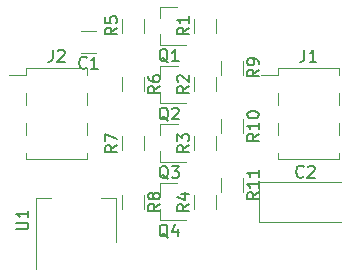
<source format=gbr>
%TF.GenerationSoftware,KiCad,Pcbnew,(5.1.6)-1*%
%TF.CreationDate,2020-06-05T20:50:24+02:00*%
%TF.ProjectId,TinyISPLevelShifter,54696e79-4953-4504-9c65-76656c536869,rev?*%
%TF.SameCoordinates,Original*%
%TF.FileFunction,Legend,Top*%
%TF.FilePolarity,Positive*%
%FSLAX46Y46*%
G04 Gerber Fmt 4.6, Leading zero omitted, Abs format (unit mm)*
G04 Created by KiCad (PCBNEW (5.1.6)-1) date 2020-06-05 20:50:24*
%MOMM*%
%LPD*%
G01*
G04 APERTURE LIST*
%ADD10C,0.120000*%
%ADD11C,0.150000*%
G04 APERTURE END LIST*
D10*
%TO.C,J2*%
X135838000Y-90168000D02*
X135838000Y-91188000D01*
X130638000Y-90168000D02*
X130638000Y-91188000D01*
X135838000Y-87628000D02*
X135838000Y-88648000D01*
X130638000Y-87628000D02*
X130638000Y-88648000D01*
X135838000Y-92708000D02*
X135838000Y-93278000D01*
X130638000Y-92708000D02*
X130638000Y-93278000D01*
X135838000Y-85538000D02*
X135838000Y-86108000D01*
X130638000Y-85538000D02*
X130638000Y-86108000D01*
X129198000Y-86108000D02*
X130638000Y-86108000D01*
X130638000Y-93278000D02*
X135838000Y-93278000D01*
X130638000Y-85538000D02*
X135838000Y-85538000D01*
%TO.C,J1*%
X157144000Y-90168000D02*
X157144000Y-91188000D01*
X151944000Y-90168000D02*
X151944000Y-91188000D01*
X157144000Y-87628000D02*
X157144000Y-88648000D01*
X151944000Y-87628000D02*
X151944000Y-88648000D01*
X157144000Y-92708000D02*
X157144000Y-93278000D01*
X151944000Y-92708000D02*
X151944000Y-93278000D01*
X157144000Y-85538000D02*
X157144000Y-86108000D01*
X151944000Y-85538000D02*
X151944000Y-86108000D01*
X150504000Y-86108000D02*
X151944000Y-86108000D01*
X151944000Y-93278000D02*
X157144000Y-93278000D01*
X151944000Y-85538000D02*
X157144000Y-85538000D01*
%TO.C,R11*%
X147172000Y-94811436D02*
X147172000Y-96015564D01*
X148992000Y-94811436D02*
X148992000Y-96015564D01*
%TO.C,R10*%
X147172000Y-89858436D02*
X147172000Y-91062564D01*
X148992000Y-89858436D02*
X148992000Y-91062564D01*
%TO.C,R9*%
X147172000Y-84905436D02*
X147172000Y-86109564D01*
X148992000Y-84905436D02*
X148992000Y-86109564D01*
%TO.C,C2*%
X157295000Y-95191000D02*
X150360000Y-95191000D01*
X150360000Y-95191000D02*
X150360000Y-98611000D01*
X150360000Y-98611000D02*
X157295000Y-98611000D01*
%TO.C,U1*%
X131450000Y-102525000D02*
X131450000Y-96515000D01*
X138270000Y-100275000D02*
X138270000Y-96515000D01*
X131450000Y-96515000D02*
X132710000Y-96515000D01*
X138270000Y-96515000D02*
X137010000Y-96515000D01*
%TO.C,R8*%
X138790000Y-96262436D02*
X138790000Y-97466564D01*
X140610000Y-96262436D02*
X140610000Y-97466564D01*
%TO.C,R7*%
X140610000Y-92513564D02*
X140610000Y-91309436D01*
X138790000Y-92513564D02*
X138790000Y-91309436D01*
%TO.C,R6*%
X138790000Y-86302436D02*
X138790000Y-87506564D01*
X140610000Y-86302436D02*
X140610000Y-87506564D01*
%TO.C,R5*%
X140610000Y-82553564D02*
X140610000Y-81349436D01*
X138790000Y-82553564D02*
X138790000Y-81349436D01*
%TO.C,R4*%
X146706000Y-97503064D02*
X146706000Y-96298936D01*
X144886000Y-97503064D02*
X144886000Y-96298936D01*
%TO.C,R3*%
X146706000Y-92513564D02*
X146706000Y-91309436D01*
X144886000Y-92513564D02*
X144886000Y-91309436D01*
%TO.C,R2*%
X146706000Y-87506564D02*
X146706000Y-86302436D01*
X144886000Y-87506564D02*
X144886000Y-86302436D01*
%TO.C,R1*%
X146706000Y-82553564D02*
X146706000Y-81349436D01*
X144886000Y-82553564D02*
X144886000Y-81349436D01*
%TO.C,Q4*%
X141988000Y-95257500D02*
X143448000Y-95257500D01*
X141988000Y-98417500D02*
X144148000Y-98417500D01*
X141988000Y-98417500D02*
X141988000Y-97487500D01*
X141988000Y-95257500D02*
X141988000Y-96187500D01*
%TO.C,Q3*%
X142004000Y-90302000D02*
X143464000Y-90302000D01*
X142004000Y-93462000D02*
X144164000Y-93462000D01*
X142004000Y-93462000D02*
X142004000Y-92532000D01*
X142004000Y-90302000D02*
X142004000Y-91232000D01*
%TO.C,Q2*%
X142004000Y-85354000D02*
X143464000Y-85354000D01*
X142004000Y-88514000D02*
X144164000Y-88514000D01*
X142004000Y-88514000D02*
X142004000Y-87584000D01*
X142004000Y-85354000D02*
X142004000Y-86284000D01*
%TO.C,Q1*%
X141988000Y-80401000D02*
X143448000Y-80401000D01*
X141988000Y-83561000D02*
X144148000Y-83561000D01*
X141988000Y-83561000D02*
X141988000Y-82631000D01*
X141988000Y-80401000D02*
X141988000Y-81331000D01*
%TO.C,C1*%
X136528564Y-82402000D02*
X135324436Y-82402000D01*
X136528564Y-84222000D02*
X135324436Y-84222000D01*
%TO.C,J2*%
D11*
X132904666Y-83990380D02*
X132904666Y-84704666D01*
X132857047Y-84847523D01*
X132761809Y-84942761D01*
X132618952Y-84990380D01*
X132523714Y-84990380D01*
X133333238Y-84085619D02*
X133380857Y-84038000D01*
X133476095Y-83990380D01*
X133714190Y-83990380D01*
X133809428Y-84038000D01*
X133857047Y-84085619D01*
X133904666Y-84180857D01*
X133904666Y-84276095D01*
X133857047Y-84418952D01*
X133285619Y-84990380D01*
X133904666Y-84990380D01*
%TO.C,J1*%
X154210666Y-83990380D02*
X154210666Y-84704666D01*
X154163047Y-84847523D01*
X154067809Y-84942761D01*
X153924952Y-84990380D01*
X153829714Y-84990380D01*
X155210666Y-84990380D02*
X154639238Y-84990380D01*
X154924952Y-84990380D02*
X154924952Y-83990380D01*
X154829714Y-84133238D01*
X154734476Y-84228476D01*
X154639238Y-84276095D01*
%TO.C,R11*%
X150354380Y-96056357D02*
X149878190Y-96389690D01*
X150354380Y-96627785D02*
X149354380Y-96627785D01*
X149354380Y-96246833D01*
X149402000Y-96151595D01*
X149449619Y-96103976D01*
X149544857Y-96056357D01*
X149687714Y-96056357D01*
X149782952Y-96103976D01*
X149830571Y-96151595D01*
X149878190Y-96246833D01*
X149878190Y-96627785D01*
X150354380Y-95103976D02*
X150354380Y-95675404D01*
X150354380Y-95389690D02*
X149354380Y-95389690D01*
X149497238Y-95484928D01*
X149592476Y-95580166D01*
X149640095Y-95675404D01*
X150354380Y-94151595D02*
X150354380Y-94723023D01*
X150354380Y-94437309D02*
X149354380Y-94437309D01*
X149497238Y-94532547D01*
X149592476Y-94627785D01*
X149640095Y-94723023D01*
%TO.C,R10*%
X150354380Y-91103357D02*
X149878190Y-91436690D01*
X150354380Y-91674785D02*
X149354380Y-91674785D01*
X149354380Y-91293833D01*
X149402000Y-91198595D01*
X149449619Y-91150976D01*
X149544857Y-91103357D01*
X149687714Y-91103357D01*
X149782952Y-91150976D01*
X149830571Y-91198595D01*
X149878190Y-91293833D01*
X149878190Y-91674785D01*
X150354380Y-90150976D02*
X150354380Y-90722404D01*
X150354380Y-90436690D02*
X149354380Y-90436690D01*
X149497238Y-90531928D01*
X149592476Y-90627166D01*
X149640095Y-90722404D01*
X149354380Y-89531928D02*
X149354380Y-89436690D01*
X149402000Y-89341452D01*
X149449619Y-89293833D01*
X149544857Y-89246214D01*
X149735333Y-89198595D01*
X149973428Y-89198595D01*
X150163904Y-89246214D01*
X150259142Y-89293833D01*
X150306761Y-89341452D01*
X150354380Y-89436690D01*
X150354380Y-89531928D01*
X150306761Y-89627166D01*
X150259142Y-89674785D01*
X150163904Y-89722404D01*
X149973428Y-89770023D01*
X149735333Y-89770023D01*
X149544857Y-89722404D01*
X149449619Y-89674785D01*
X149402000Y-89627166D01*
X149354380Y-89531928D01*
%TO.C,R9*%
X150354380Y-85674166D02*
X149878190Y-86007500D01*
X150354380Y-86245595D02*
X149354380Y-86245595D01*
X149354380Y-85864642D01*
X149402000Y-85769404D01*
X149449619Y-85721785D01*
X149544857Y-85674166D01*
X149687714Y-85674166D01*
X149782952Y-85721785D01*
X149830571Y-85769404D01*
X149878190Y-85864642D01*
X149878190Y-86245595D01*
X150354380Y-85197976D02*
X150354380Y-85007500D01*
X150306761Y-84912261D01*
X150259142Y-84864642D01*
X150116285Y-84769404D01*
X149925809Y-84721785D01*
X149544857Y-84721785D01*
X149449619Y-84769404D01*
X149402000Y-84817023D01*
X149354380Y-84912261D01*
X149354380Y-85102738D01*
X149402000Y-85197976D01*
X149449619Y-85245595D01*
X149544857Y-85293214D01*
X149782952Y-85293214D01*
X149878190Y-85245595D01*
X149925809Y-85197976D01*
X149973428Y-85102738D01*
X149973428Y-84912261D01*
X149925809Y-84817023D01*
X149878190Y-84769404D01*
X149782952Y-84721785D01*
%TO.C,C2*%
X154128333Y-94708142D02*
X154080714Y-94755761D01*
X153937857Y-94803380D01*
X153842619Y-94803380D01*
X153699761Y-94755761D01*
X153604523Y-94660523D01*
X153556904Y-94565285D01*
X153509285Y-94374809D01*
X153509285Y-94231952D01*
X153556904Y-94041476D01*
X153604523Y-93946238D01*
X153699761Y-93851000D01*
X153842619Y-93803380D01*
X153937857Y-93803380D01*
X154080714Y-93851000D01*
X154128333Y-93898619D01*
X154509285Y-93898619D02*
X154556904Y-93851000D01*
X154652142Y-93803380D01*
X154890238Y-93803380D01*
X154985476Y-93851000D01*
X155033095Y-93898619D01*
X155080714Y-93993857D01*
X155080714Y-94089095D01*
X155033095Y-94231952D01*
X154461666Y-94803380D01*
X155080714Y-94803380D01*
%TO.C,U1*%
X129812380Y-99186904D02*
X130621904Y-99186904D01*
X130717142Y-99139285D01*
X130764761Y-99091666D01*
X130812380Y-98996428D01*
X130812380Y-98805952D01*
X130764761Y-98710714D01*
X130717142Y-98663095D01*
X130621904Y-98615476D01*
X129812380Y-98615476D01*
X130812380Y-97615476D02*
X130812380Y-98186904D01*
X130812380Y-97901190D02*
X129812380Y-97901190D01*
X129955238Y-97996428D01*
X130050476Y-98091666D01*
X130098095Y-98186904D01*
%TO.C,R8*%
X141972380Y-97031166D02*
X141496190Y-97364500D01*
X141972380Y-97602595D02*
X140972380Y-97602595D01*
X140972380Y-97221642D01*
X141020000Y-97126404D01*
X141067619Y-97078785D01*
X141162857Y-97031166D01*
X141305714Y-97031166D01*
X141400952Y-97078785D01*
X141448571Y-97126404D01*
X141496190Y-97221642D01*
X141496190Y-97602595D01*
X141400952Y-96459738D02*
X141353333Y-96554976D01*
X141305714Y-96602595D01*
X141210476Y-96650214D01*
X141162857Y-96650214D01*
X141067619Y-96602595D01*
X141020000Y-96554976D01*
X140972380Y-96459738D01*
X140972380Y-96269261D01*
X141020000Y-96174023D01*
X141067619Y-96126404D01*
X141162857Y-96078785D01*
X141210476Y-96078785D01*
X141305714Y-96126404D01*
X141353333Y-96174023D01*
X141400952Y-96269261D01*
X141400952Y-96459738D01*
X141448571Y-96554976D01*
X141496190Y-96602595D01*
X141591428Y-96650214D01*
X141781904Y-96650214D01*
X141877142Y-96602595D01*
X141924761Y-96554976D01*
X141972380Y-96459738D01*
X141972380Y-96269261D01*
X141924761Y-96174023D01*
X141877142Y-96126404D01*
X141781904Y-96078785D01*
X141591428Y-96078785D01*
X141496190Y-96126404D01*
X141448571Y-96174023D01*
X141400952Y-96269261D01*
%TO.C,R7*%
X138332380Y-92078166D02*
X137856190Y-92411500D01*
X138332380Y-92649595D02*
X137332380Y-92649595D01*
X137332380Y-92268642D01*
X137380000Y-92173404D01*
X137427619Y-92125785D01*
X137522857Y-92078166D01*
X137665714Y-92078166D01*
X137760952Y-92125785D01*
X137808571Y-92173404D01*
X137856190Y-92268642D01*
X137856190Y-92649595D01*
X137332380Y-91744833D02*
X137332380Y-91078166D01*
X138332380Y-91506738D01*
%TO.C,R6*%
X141972380Y-87071166D02*
X141496190Y-87404500D01*
X141972380Y-87642595D02*
X140972380Y-87642595D01*
X140972380Y-87261642D01*
X141020000Y-87166404D01*
X141067619Y-87118785D01*
X141162857Y-87071166D01*
X141305714Y-87071166D01*
X141400952Y-87118785D01*
X141448571Y-87166404D01*
X141496190Y-87261642D01*
X141496190Y-87642595D01*
X140972380Y-86214023D02*
X140972380Y-86404500D01*
X141020000Y-86499738D01*
X141067619Y-86547357D01*
X141210476Y-86642595D01*
X141400952Y-86690214D01*
X141781904Y-86690214D01*
X141877142Y-86642595D01*
X141924761Y-86594976D01*
X141972380Y-86499738D01*
X141972380Y-86309261D01*
X141924761Y-86214023D01*
X141877142Y-86166404D01*
X141781904Y-86118785D01*
X141543809Y-86118785D01*
X141448571Y-86166404D01*
X141400952Y-86214023D01*
X141353333Y-86309261D01*
X141353333Y-86499738D01*
X141400952Y-86594976D01*
X141448571Y-86642595D01*
X141543809Y-86690214D01*
%TO.C,R5*%
X138332380Y-82118166D02*
X137856190Y-82451500D01*
X138332380Y-82689595D02*
X137332380Y-82689595D01*
X137332380Y-82308642D01*
X137380000Y-82213404D01*
X137427619Y-82165785D01*
X137522857Y-82118166D01*
X137665714Y-82118166D01*
X137760952Y-82165785D01*
X137808571Y-82213404D01*
X137856190Y-82308642D01*
X137856190Y-82689595D01*
X137332380Y-81213404D02*
X137332380Y-81689595D01*
X137808571Y-81737214D01*
X137760952Y-81689595D01*
X137713333Y-81594357D01*
X137713333Y-81356261D01*
X137760952Y-81261023D01*
X137808571Y-81213404D01*
X137903809Y-81165785D01*
X138141904Y-81165785D01*
X138237142Y-81213404D01*
X138284761Y-81261023D01*
X138332380Y-81356261D01*
X138332380Y-81594357D01*
X138284761Y-81689595D01*
X138237142Y-81737214D01*
%TO.C,R4*%
X144428380Y-97067666D02*
X143952190Y-97401000D01*
X144428380Y-97639095D02*
X143428380Y-97639095D01*
X143428380Y-97258142D01*
X143476000Y-97162904D01*
X143523619Y-97115285D01*
X143618857Y-97067666D01*
X143761714Y-97067666D01*
X143856952Y-97115285D01*
X143904571Y-97162904D01*
X143952190Y-97258142D01*
X143952190Y-97639095D01*
X143761714Y-96210523D02*
X144428380Y-96210523D01*
X143380761Y-96448619D02*
X144095047Y-96686714D01*
X144095047Y-96067666D01*
%TO.C,R3*%
X144428380Y-92078166D02*
X143952190Y-92411500D01*
X144428380Y-92649595D02*
X143428380Y-92649595D01*
X143428380Y-92268642D01*
X143476000Y-92173404D01*
X143523619Y-92125785D01*
X143618857Y-92078166D01*
X143761714Y-92078166D01*
X143856952Y-92125785D01*
X143904571Y-92173404D01*
X143952190Y-92268642D01*
X143952190Y-92649595D01*
X143428380Y-91744833D02*
X143428380Y-91125785D01*
X143809333Y-91459119D01*
X143809333Y-91316261D01*
X143856952Y-91221023D01*
X143904571Y-91173404D01*
X143999809Y-91125785D01*
X144237904Y-91125785D01*
X144333142Y-91173404D01*
X144380761Y-91221023D01*
X144428380Y-91316261D01*
X144428380Y-91601976D01*
X144380761Y-91697214D01*
X144333142Y-91744833D01*
%TO.C,R2*%
X144428380Y-87071166D02*
X143952190Y-87404500D01*
X144428380Y-87642595D02*
X143428380Y-87642595D01*
X143428380Y-87261642D01*
X143476000Y-87166404D01*
X143523619Y-87118785D01*
X143618857Y-87071166D01*
X143761714Y-87071166D01*
X143856952Y-87118785D01*
X143904571Y-87166404D01*
X143952190Y-87261642D01*
X143952190Y-87642595D01*
X143523619Y-86690214D02*
X143476000Y-86642595D01*
X143428380Y-86547357D01*
X143428380Y-86309261D01*
X143476000Y-86214023D01*
X143523619Y-86166404D01*
X143618857Y-86118785D01*
X143714095Y-86118785D01*
X143856952Y-86166404D01*
X144428380Y-86737833D01*
X144428380Y-86118785D01*
%TO.C,R1*%
X144428380Y-82118166D02*
X143952190Y-82451500D01*
X144428380Y-82689595D02*
X143428380Y-82689595D01*
X143428380Y-82308642D01*
X143476000Y-82213404D01*
X143523619Y-82165785D01*
X143618857Y-82118166D01*
X143761714Y-82118166D01*
X143856952Y-82165785D01*
X143904571Y-82213404D01*
X143952190Y-82308642D01*
X143952190Y-82689595D01*
X144428380Y-81165785D02*
X144428380Y-81737214D01*
X144428380Y-81451500D02*
X143428380Y-81451500D01*
X143571238Y-81546738D01*
X143666476Y-81641976D01*
X143714095Y-81737214D01*
%TO.C,Q4*%
X142652761Y-99885119D02*
X142557523Y-99837500D01*
X142462285Y-99742261D01*
X142319428Y-99599404D01*
X142224190Y-99551785D01*
X142128952Y-99551785D01*
X142176571Y-99789880D02*
X142081333Y-99742261D01*
X141986095Y-99647023D01*
X141938476Y-99456547D01*
X141938476Y-99123214D01*
X141986095Y-98932738D01*
X142081333Y-98837500D01*
X142176571Y-98789880D01*
X142367047Y-98789880D01*
X142462285Y-98837500D01*
X142557523Y-98932738D01*
X142605142Y-99123214D01*
X142605142Y-99456547D01*
X142557523Y-99647023D01*
X142462285Y-99742261D01*
X142367047Y-99789880D01*
X142176571Y-99789880D01*
X143462285Y-99123214D02*
X143462285Y-99789880D01*
X143224190Y-98742261D02*
X142986095Y-99456547D01*
X143605142Y-99456547D01*
%TO.C,Q3*%
X142668761Y-94929619D02*
X142573523Y-94882000D01*
X142478285Y-94786761D01*
X142335428Y-94643904D01*
X142240190Y-94596285D01*
X142144952Y-94596285D01*
X142192571Y-94834380D02*
X142097333Y-94786761D01*
X142002095Y-94691523D01*
X141954476Y-94501047D01*
X141954476Y-94167714D01*
X142002095Y-93977238D01*
X142097333Y-93882000D01*
X142192571Y-93834380D01*
X142383047Y-93834380D01*
X142478285Y-93882000D01*
X142573523Y-93977238D01*
X142621142Y-94167714D01*
X142621142Y-94501047D01*
X142573523Y-94691523D01*
X142478285Y-94786761D01*
X142383047Y-94834380D01*
X142192571Y-94834380D01*
X142954476Y-93834380D02*
X143573523Y-93834380D01*
X143240190Y-94215333D01*
X143383047Y-94215333D01*
X143478285Y-94262952D01*
X143525904Y-94310571D01*
X143573523Y-94405809D01*
X143573523Y-94643904D01*
X143525904Y-94739142D01*
X143478285Y-94786761D01*
X143383047Y-94834380D01*
X143097333Y-94834380D01*
X143002095Y-94786761D01*
X142954476Y-94739142D01*
%TO.C,Q2*%
X142668761Y-89981619D02*
X142573523Y-89934000D01*
X142478285Y-89838761D01*
X142335428Y-89695904D01*
X142240190Y-89648285D01*
X142144952Y-89648285D01*
X142192571Y-89886380D02*
X142097333Y-89838761D01*
X142002095Y-89743523D01*
X141954476Y-89553047D01*
X141954476Y-89219714D01*
X142002095Y-89029238D01*
X142097333Y-88934000D01*
X142192571Y-88886380D01*
X142383047Y-88886380D01*
X142478285Y-88934000D01*
X142573523Y-89029238D01*
X142621142Y-89219714D01*
X142621142Y-89553047D01*
X142573523Y-89743523D01*
X142478285Y-89838761D01*
X142383047Y-89886380D01*
X142192571Y-89886380D01*
X143002095Y-88981619D02*
X143049714Y-88934000D01*
X143144952Y-88886380D01*
X143383047Y-88886380D01*
X143478285Y-88934000D01*
X143525904Y-88981619D01*
X143573523Y-89076857D01*
X143573523Y-89172095D01*
X143525904Y-89314952D01*
X142954476Y-89886380D01*
X143573523Y-89886380D01*
%TO.C,Q1*%
X142652761Y-85028619D02*
X142557523Y-84981000D01*
X142462285Y-84885761D01*
X142319428Y-84742904D01*
X142224190Y-84695285D01*
X142128952Y-84695285D01*
X142176571Y-84933380D02*
X142081333Y-84885761D01*
X141986095Y-84790523D01*
X141938476Y-84600047D01*
X141938476Y-84266714D01*
X141986095Y-84076238D01*
X142081333Y-83981000D01*
X142176571Y-83933380D01*
X142367047Y-83933380D01*
X142462285Y-83981000D01*
X142557523Y-84076238D01*
X142605142Y-84266714D01*
X142605142Y-84600047D01*
X142557523Y-84790523D01*
X142462285Y-84885761D01*
X142367047Y-84933380D01*
X142176571Y-84933380D01*
X143557523Y-84933380D02*
X142986095Y-84933380D01*
X143271809Y-84933380D02*
X143271809Y-83933380D01*
X143176571Y-84076238D01*
X143081333Y-84171476D01*
X142986095Y-84219095D01*
%TO.C,C1*%
X135759833Y-85489142D02*
X135712214Y-85536761D01*
X135569357Y-85584380D01*
X135474119Y-85584380D01*
X135331261Y-85536761D01*
X135236023Y-85441523D01*
X135188404Y-85346285D01*
X135140785Y-85155809D01*
X135140785Y-85012952D01*
X135188404Y-84822476D01*
X135236023Y-84727238D01*
X135331261Y-84632000D01*
X135474119Y-84584380D01*
X135569357Y-84584380D01*
X135712214Y-84632000D01*
X135759833Y-84679619D01*
X136712214Y-85584380D02*
X136140785Y-85584380D01*
X136426500Y-85584380D02*
X136426500Y-84584380D01*
X136331261Y-84727238D01*
X136236023Y-84822476D01*
X136140785Y-84870095D01*
%TD*%
M02*

</source>
